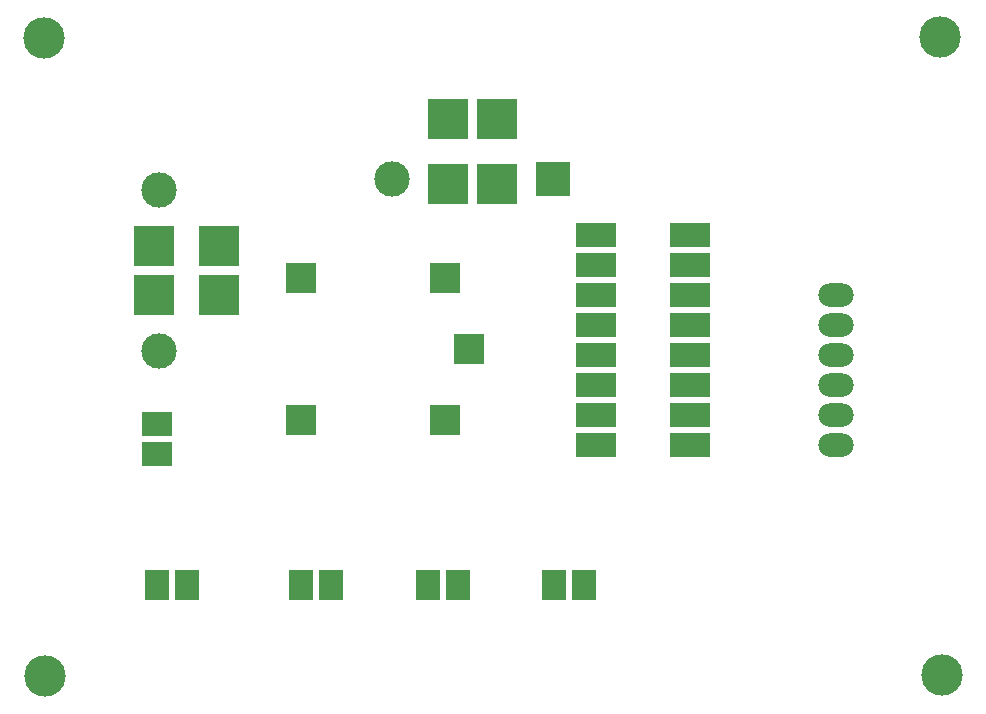
<source format=gbr>
%FSTAX23Y23*%
%MOIN*%
%SFA1B1*%

%IPPOS*%
%ADD10R,0.098425X0.098425*%
%ADD11R,0.137795X0.137795*%
%ADD12R,0.118110X0.118110*%
%ADD13C,0.118110*%
%ADD14R,0.137795X0.137795*%
%ADD15R,0.078740X0.098425*%
%ADD16O,0.118110X0.078740*%
%ADD17R,0.137795X0.078740*%
%ADD18R,0.098425X0.078740*%
%ADD19C,0.137795*%
%LNclamp_pcb_copper_signal_top-1*%
%LPD*%
G54D10*
X01455Y01442D03*
Y0097D03*
X00975D03*
Y01442D03*
X01534Y01206D03*
G54D11*
X0163Y01755D03*
Y01971D03*
X01464D03*
Y01755D03*
G54D12*
X01815Y01773D03*
G54D13*
X01279Y01773D03*
X00503Y01735D03*
Y01199D03*
G54D14*
X00485Y0155D03*
X00701D03*
Y01385D03*
X00485D03*
G54D15*
X00595Y0042D03*
X00495D03*
X0192D03*
X0182D03*
X01497D03*
X01397D03*
X01075D03*
X00975D03*
G54D16*
X0276Y00985D03*
Y01085D03*
Y01285D03*
Y00885D03*
Y01385D03*
Y01185D03*
G54D17*
X02271Y00885D03*
Y00985D03*
Y01085D03*
Y01185D03*
Y01285D03*
Y01385D03*
Y01485D03*
Y01585D03*
X01958D03*
Y01485D03*
Y01385D03*
Y01285D03*
Y01185D03*
Y01085D03*
Y00985D03*
Y00885D03*
G54D18*
X00495Y00855D03*
Y00955D03*
G54D19*
X00122Y00114D03*
X03113Y0012D03*
X00119Y02241D03*
X03104Y02244D03*
M02*
</source>
